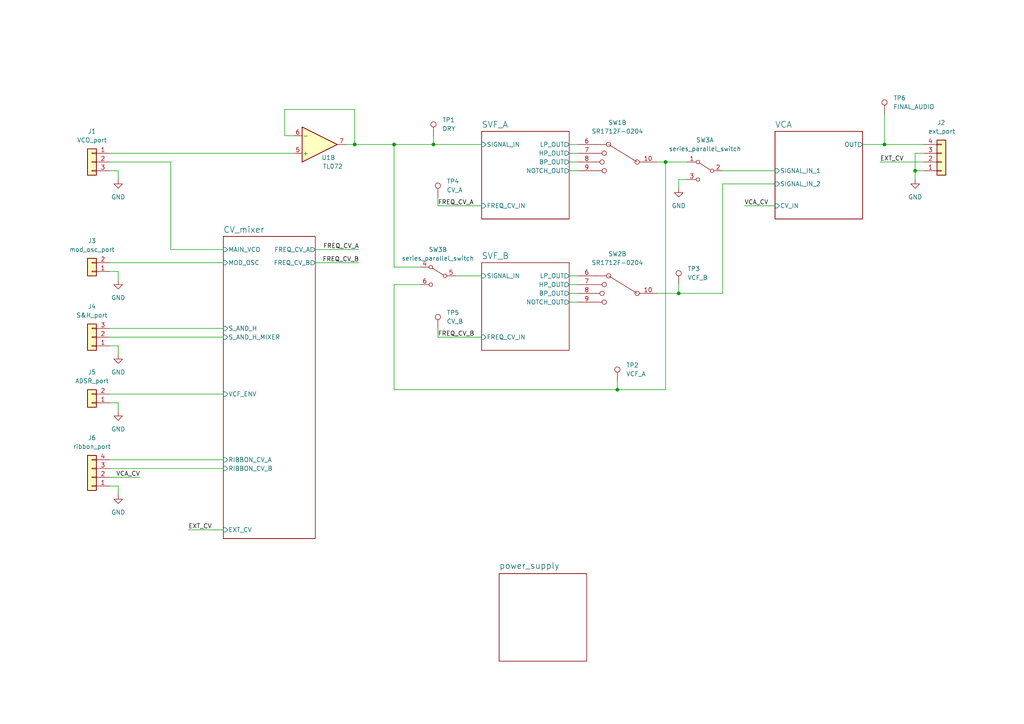
<source format=kicad_sch>
(kicad_sch (version 20211123) (generator eeschema)
  (paper "A4")
  (title_block (title "Josh Ox Ribbon Synth VCF/VCA board") (date "2022-06-16") (rev "0") (comment 1 "creativecommons.org/licenses/by/4.0/") (comment 2 "License: CC by 4.0") (comment 3 "Author: Jordan Aceto"))
  (lib_symbols
    (symbol "Amplifier_Operational:TL072" (pin_names (offset 0.127))
      (property "Reference" "U" (at 0 5.08 0))
      (property "Value" "TL072" (at 0 -5.08 0))
      (symbol "TL072_1_1"
        (polyline (pts (xy -5.08 5.08) (xy 5.08 0) (xy -5.08 -5.08) (xy -5.08 5.08)) (stroke (width 0.254)) (fill (type background)))
        (pin output line (at 7.62 0 180) (length 2.54) (name "~") (number "1"))
        (pin input line (at -7.62 -2.54 0) (length 2.54) (name "-") (number "2"))
        (pin input line (at -7.62 2.54 0) (length 2.54) (name "+") (number "3"))
      )
      (symbol "TL072_2_1"
        (polyline (pts (xy -5.08 5.08) (xy 5.08 0) (xy -5.08 -5.08) (xy -5.08 5.08)) (stroke (width 0.254)) (fill (type background)))
        (pin input line (at -7.62 2.54 0) (length 2.54) (name "+") (number "5"))
        (pin input line (at -7.62 -2.54 0) (length 2.54) (name "-") (number "6"))
        (pin output line (at 7.62 0 180) (length 2.54) (name "~") (number "7"))
      )
      (symbol "TL072_3_1"
        (pin power_in line (at -2.54 -7.62 90) (length 3.81) (name "V-") (number "4"))
        (pin power_in line (at -2.54 7.62 270) (length 3.81) (name "V+") (number "8"))
      )
    )
    (symbol "Connector:TestPoint" (pin_numbers hide) (pin_names (offset 0.762) hide)
      (property "Reference" "TP" (at 0 6.858 0))
      (property "Value" "TestPoint" (at 0 5.08 0))
      (symbol "TestPoint_0_1"
        (circle (center 0 3.302) (radius 0.762))
      )
      (symbol "TestPoint_1_1"
        (pin passive line (at 0 0 90) (length 2.54) (name "1") (number "1"))
      )
    )
    (symbol "Connector_Generic:Conn_01x02" (pin_names (offset 1.016) hide)
      (property "Reference" "J" (at 0 2.54 0))
      (property "Value" "Conn_01x02" (at 0 -5.08 0))
      (symbol "Conn_01x02_1_1"
        (rectangle (start -1.27 -2.413) (end 0 -2.667) (stroke (width 0.1524)))
        (rectangle (start -1.27 0.127) (end 0 -0.127) (stroke (width 0.1524)))
        (rectangle (start -1.27 1.27) (end 1.27 -3.81) (stroke (width 0.254)) (fill (type background)))
        (pin passive line (at -5.08 0 0) (length 3.81) (name "Pin_1") (number "1"))
        (pin passive line (at -5.08 -2.54 0) (length 3.81) (name "Pin_2") (number "2"))
      )
    )
    (symbol "Connector_Generic:Conn_01x03" (pin_names (offset 1.016) hide)
      (property "Reference" "J" (at 0 5.08 0))
      (property "Value" "Conn_01x03" (at 0 -5.08 0))
      (symbol "Conn_01x03_1_1"
        (rectangle (start -1.27 -2.413) (end 0 -2.667) (stroke (width 0.1524)))
        (rectangle (start -1.27 0.127) (end 0 -0.127) (stroke (width 0.1524)))
        (rectangle (start -1.27 2.667) (end 0 2.413) (stroke (width 0.1524)))
        (rectangle (start -1.27 3.81) (end 1.27 -3.81) (stroke (width 0.254)) (fill (type background)))
        (pin passive line (at -5.08 2.54 0) (length 3.81) (name "Pin_1") (number "1"))
        (pin passive line (at -5.08 0 0) (length 3.81) (name "Pin_2") (number "2"))
        (pin passive line (at -5.08 -2.54 0) (length 3.81) (name "Pin_3") (number "3"))
      )
    )
    (symbol "Connector_Generic:Conn_01x04" (pin_names (offset 1.016) hide)
      (property "Reference" "J" (at 0 5.08 0))
      (property "Value" "Conn_01x04" (at 0 -7.62 0))
      (symbol "Conn_01x04_1_1"
        (rectangle (start -1.27 -4.953) (end 0 -5.207) (stroke (width 0.1524)))
        (rectangle (start -1.27 -2.413) (end 0 -2.667) (stroke (width 0.1524)))
        (rectangle (start -1.27 0.127) (end 0 -0.127) (stroke (width 0.1524)))
        (rectangle (start -1.27 2.667) (end 0 2.413) (stroke (width 0.1524)))
        (rectangle (start -1.27 3.81) (end 1.27 -6.35) (stroke (width 0.254)) (fill (type background)))
        (pin passive line (at -5.08 2.54 0) (length 3.81) (name "Pin_1") (number "1"))
        (pin passive line (at -5.08 0 0) (length 3.81) (name "Pin_2") (number "2"))
        (pin passive line (at -5.08 -2.54 0) (length 3.81) (name "Pin_3") (number "3"))
        (pin passive line (at -5.08 -5.08 0) (length 3.81) (name "Pin_4") (number "4"))
      )
    )
    (symbol "Switch:SW_DPDT_x2" (pin_names (offset 0) hide)
      (property "Reference" "SW" (at 0 4.318 0))
      (property "Value" "SW_DPDT_x2" (at 0 -5.08 0))
      (symbol "SW_DPDT_x2_0_0"
        (circle (center -2.032 0) (radius 0.508))
        (circle (center 2.032 -2.54) (radius 0.508))
      )
      (symbol "SW_DPDT_x2_0_1"
        (polyline (pts (xy -1.524 0.254) (xy 1.651 2.286)))
        (circle (center 2.032 2.54) (radius 0.508))
      )
      (symbol "SW_DPDT_x2_1_1"
        (pin passive line (at 5.08 2.54 180) (length 2.54) (name "A") (number "1"))
        (pin passive line (at -5.08 0 0) (length 2.54) (name "B") (number "2"))
        (pin passive line (at 5.08 -2.54 180) (length 2.54) (name "C") (number "3"))
      )
      (symbol "SW_DPDT_x2_2_1"
        (pin passive line (at 5.08 2.54 180) (length 2.54) (name "A") (number "4"))
        (pin passive line (at -5.08 0 0) (length 2.54) (name "B") (number "5"))
        (pin passive line (at 5.08 -2.54 180) (length 2.54) (name "C") (number "6"))
      )
    )
    (symbol "custom_symbols:SR1712F-0204" (pin_names (offset 1.016) hide)
      (property "Reference" "SW101" (at -1.27 11.43 0))
      (property "Value" "SR1712F-0204" (at -1.27 8.89 0))
      (symbol "SR1712F-0204_0_0"
        (circle (center -4.445 0) (radius 0.635))
        (polyline (pts (xy -4.445 0) (xy 3.81 5.08)))
        (polyline (pts (xy 4.445 5.08) (xy 7.62 5.08)))
        (polyline (pts (xy 5.715 -2.54) (xy 7.62 -2.54)))
        (polyline (pts (xy 5.715 2.54) (xy 7.62 2.54)))
        (polyline (pts (xy 6.35 0) (xy 7.62 0)))
        (circle (center 3.81 5.08) (radius 0.635))
        (circle (center 5.08 -2.54) (radius 0.635))
        (circle (center 5.08 2.54) (radius 0.635))
        (circle (center 5.715 0) (radius 0.635))
      )
      (symbol "SR1712F-0204_1_1"
        (pin passive line (at -10.16 0 0) (length 5.08) (name "1") (number "1"))
        (pin passive line (at 12.7 5.08 180) (length 5.08) (name "2") (number "2"))
        (pin passive line (at 12.7 2.54 180) (length 5.08) (name "3") (number "3"))
        (pin passive line (at 12.7 0 180) (length 5.08) (name "4") (number "4"))
        (pin passive line (at 12.7 -2.54 180) (length 5.08) (name "5") (number "5"))
      )
      (symbol "SR1712F-0204_2_1"
        (pin passive line (at -10.16 0 0) (length 5.08) (name "10") (number "10"))
        (pin passive line (at 12.7 5.08 180) (length 5.08) (name "6") (number "6"))
        (pin passive line (at 12.7 2.54 180) (length 5.08) (name "7") (number "7"))
        (pin passive line (at 12.7 0 180) (length 5.08) (name "8") (number "8"))
        (pin passive line (at 12.7 -2.54 180) (length 5.08) (name "9") (number "9"))
      )
    )
    (symbol "power:GND" (power) (pin_names (offset 0))
      (property "Value" "GND" (at 0 -3.81 0))
      (symbol "GND_0_1"
        (polyline (pts (xy 0 0) (xy 0 -1.27) (xy 1.27 -1.27) (xy 0 -2.54) (xy -1.27 -1.27) (xy 0 -1.27)))
      )
      (symbol "GND_1_1"
        (pin power_in line (at 0 0 270) (length 0) hide (name "GND") (number "1"))
      )
    )
  )
  (junction (at 193.04 46.99))
  (junction (at 179.07 113.03))
  (junction (at 125.73 41.91))
  (junction (at 196.85 85.09))
  (junction (at 102.87 41.91))
  (junction (at 114.3 41.91))
  (junction (at 265.43 49.53))
  (junction (at 256.54 41.91))
  (wire (pts (xy 127 59.69) (xy 139.7 59.69)))
  (wire (pts (xy 196.85 52.07) (xy 199.39 52.07)))
  (wire (pts (xy 267.97 44.45) (xy 265.43 44.45)))
  (wire (pts (xy 224.79 59.69) (xy 215.9 59.69)))
  (wire (pts (xy 34.29 81.28) (xy 34.29 78.74)))
  (wire (pts (xy 132.08 80.01) (xy 139.7 80.01)))
  (wire (pts (xy 127 95.25) (xy 127 97.79)))
  (wire (pts (xy 34.29 140.97) (xy 31.75 140.97)))
  (wire (pts (xy 193.04 113.03) (xy 193.04 46.99)))
  (wire (pts (xy 165.1 87.63) (xy 167.64 87.63)))
  (wire (pts (xy 34.29 116.84) (xy 31.75 116.84)))
  (wire (pts (xy 114.3 82.55) (xy 121.92 82.55)))
  (wire (pts (xy 256.54 41.91) (xy 267.97 41.91)))
  (wire (pts (xy 82.55 31.75) (xy 82.55 39.37)))
  (wire (pts (xy 196.85 54.61) (xy 196.85 52.07)))
  (wire (pts (xy 31.75 138.43) (xy 40.64 138.43)))
  (wire (pts (xy 125.73 41.91) (xy 139.7 41.91)))
  (wire (pts (xy 209.55 53.34) (xy 224.79 53.34)))
  (wire (pts (xy 265.43 52.07) (xy 265.43 49.53)))
  (wire (pts (xy 34.29 119.38) (xy 34.29 116.84)))
  (wire (pts (xy 82.55 39.37) (xy 85.09 39.37)))
  (wire (pts (xy 165.1 49.53) (xy 167.64 49.53)))
  (wire (pts (xy 165.1 41.91) (xy 167.64 41.91)))
  (wire (pts (xy 193.04 46.99) (xy 199.39 46.99)))
  (wire (pts (xy 31.75 133.35) (xy 64.77 133.35)))
  (wire (pts (xy 165.1 46.99) (xy 167.64 46.99)))
  (wire (pts (xy 267.97 46.99) (xy 255.27 46.99)))
  (wire (pts (xy 190.5 85.09) (xy 196.85 85.09)))
  (wire (pts (xy 165.1 85.09) (xy 167.64 85.09)))
  (wire (pts (xy 114.3 82.55) (xy 114.3 113.03)))
  (wire (pts (xy 34.29 143.51) (xy 34.29 140.97)))
  (wire (pts (xy 49.53 72.39) (xy 49.53 46.99)))
  (wire (pts (xy 190.5 46.99) (xy 193.04 46.99)))
  (wire (pts (xy 102.87 41.91) (xy 114.3 41.91)))
  (wire (pts (xy 91.44 76.2) (xy 104.14 76.2)))
  (wire (pts (xy 250.19 41.91) (xy 256.54 41.91)))
  (wire (pts (xy 34.29 78.74) (xy 31.75 78.74)))
  (wire (pts (xy 165.1 80.01) (xy 167.64 80.01)))
  (wire (pts (xy 31.75 95.25) (xy 64.77 95.25)))
  (wire (pts (xy 31.75 44.45) (xy 85.09 44.45)))
  (wire (pts (xy 114.3 41.91) (xy 125.73 41.91)))
  (wire (pts (xy 165.1 82.55) (xy 167.64 82.55)))
  (wire (pts (xy 102.87 31.75) (xy 82.55 31.75)))
  (wire (pts (xy 91.44 72.39) (xy 104.14 72.39)))
  (wire (pts (xy 34.29 102.87) (xy 34.29 100.33)))
  (wire (pts (xy 102.87 41.91) (xy 102.87 31.75)))
  (wire (pts (xy 196.85 82.55) (xy 196.85 85.09)))
  (wire (pts (xy 49.53 72.39) (xy 64.77 72.39)))
  (wire (pts (xy 34.29 100.33) (xy 31.75 100.33)))
  (wire (pts (xy 196.85 85.09) (xy 209.55 85.09)))
  (wire (pts (xy 31.75 135.89) (xy 64.77 135.89)))
  (wire (pts (xy 256.54 33.02) (xy 256.54 41.91)))
  (wire (pts (xy 165.1 44.45) (xy 167.64 44.45)))
  (wire (pts (xy 125.73 39.37) (xy 125.73 41.91)))
  (wire (pts (xy 114.3 113.03) (xy 179.07 113.03)))
  (wire (pts (xy 100.33 41.91) (xy 102.87 41.91)))
  (wire (pts (xy 139.7 97.79) (xy 127 97.79)))
  (wire (pts (xy 31.75 114.3) (xy 64.77 114.3)))
  (wire (pts (xy 31.75 97.79) (xy 64.77 97.79)))
  (wire (pts (xy 179.07 113.03) (xy 193.04 113.03)))
  (wire (pts (xy 209.55 85.09) (xy 209.55 53.34)))
  (wire (pts (xy 265.43 49.53) (xy 267.97 49.53)))
  (wire (pts (xy 209.55 49.53) (xy 224.79 49.53)))
  (wire (pts (xy 265.43 44.45) (xy 265.43 49.53)))
  (wire (pts (xy 121.92 77.47) (xy 114.3 77.47)))
  (wire (pts (xy 34.29 49.53) (xy 31.75 49.53)))
  (wire (pts (xy 31.75 76.2) (xy 64.77 76.2)))
  (wire (pts (xy 114.3 77.47) (xy 114.3 41.91)))
  (wire (pts (xy 127 57.15) (xy 127 59.69)))
  (wire (pts (xy 179.07 110.49) (xy 179.07 113.03)))
  (wire (pts (xy 54.61 153.67) (xy 64.77 153.67)))
  (wire (pts (xy 34.29 52.07) (xy 34.29 49.53)))
  (wire (pts (xy 49.53 46.99) (xy 31.75 46.99)))
  (label "EXT_CV" (at 255.27 46.99 0))
  (label "FREQ_CV_B" (at 127 97.79 0))
  (label "FREQ_CV_A" (at 104.14 72.39 180))
  (label "EXT_CV" (at 54.61 153.67 0))
  (label "VCA_CV" (at 40.64 138.43 180))
  (label "VCA_CV" (at 215.9 59.69 0))
  (label "FREQ_CV_A" (at 127 59.69 0))
  (label "FREQ_CV_B" (at 104.14 76.2 180))
  (symbol (lib_id "Connector_Generic:Conn_01x03") (at 26.67 97.79 180) (unit 1)
    (property "Reference" "J4" (at 26.67 88.9 0))
    (property "Value" "S&H_port" (at 26.67 91.44 0))
    (property "Footprint" "Connector_Molex:Molex_KK-254_AE-6410-03A_1x03_P2.54mm_Vertical" (effects hide))
  )
  (symbol (lib_id "Connector_Generic:Conn_01x03") (at 26.67 46.99 0) (mirror y) (unit 1)
    (property "Reference" "J1" (at 26.67 38.1 0))
    (property "Value" "VCO_port" (at 26.67 40.64 0))
    (property "Footprint" "Connector_Molex:Molex_KK-254_AE-6410-03A_1x03_P2.54mm_Vertical" (effects hide))
  )
  (symbol (lib_id "power:GND") (at 34.29 102.87 0) (mirror y) (unit 1)
    (property "Reference" "#PWR0105" (effects hide))
    (property "Value" "GND" (at 34.29 107.95 0))
  )
  (symbol (lib_id "Connector:TestPoint") (at 256.54 33.02 0) (unit 1) (in_bom no)
    (property "Reference" "TP6" (at 259.08 28.4479 0) (effects (justify left)))
    (property "Value" "FINAL_AUDIO" (at 259.08 30.9879 0) (effects (justify left)))
    (property "Footprint" "TestPoint:TestPoint_Keystone_5000-5004_Miniature" (effects hide))
  )
  (symbol (lib_id "Switch:SW_DPDT_x2") (at 127 80.01 0) (mirror y) (unit 2)
    (property "Reference" "SW3" (at 127 72.39 0))
    (property "Value" "series_parallel_switch" (at 127 74.93 0))
    (property "Footprint" "custom_footprints:DPDT_mini_toggle" (effects hide))
  )
  (symbol (lib_id "Amplifier_Operational:TL072") (at 92.71 41.91 0) (mirror x) (unit 2)
    (property "Reference" "U1" (at 95.25 45.72 0))
    (property "Value" "TL072" (at 96.52 48.26 0))
    (property "Footprint" "Package_SO:SO-8_5.3x6.2mm_P1.27mm" (effects hide))
    (property "Datasheet" "http://www.ti.com/lit/ds/symlink/tl071.pdf" (effects hide))
  )
  (symbol (lib_id "Connector_Generic:Conn_01x02") (at 26.67 78.74 180) (unit 1)
    (property "Reference" "J3" (at 26.67 69.85 0))
    (property "Value" "mod_osc_port" (at 26.67 72.39 0))
    (property "Footprint" "Connector_Molex:Molex_KK-254_AE-6410-02A_1x02_P2.54mm_Vertical" (effects hide))
  )
  (symbol (lib_id "Connector_Generic:Conn_01x02") (at 26.67 116.84 180) (unit 1)
    (property "Reference" "J5" (at 26.67 107.95 0))
    (property "Value" "ADSR_port" (at 26.67 110.49 0))
    (property "Footprint" "Connector_Molex:Molex_KK-254_AE-6410-02A_1x02_P2.54mm_Vertical" (effects hide))
  )
  (symbol (lib_id "power:GND") (at 265.43 52.07 0) (unit 1)
    (property "Reference" "#PWR0102" (effects hide))
    (property "Value" "GND" (at 265.43 57.15 0))
  )
  (symbol (lib_id "power:GND") (at 34.29 52.07 0) (mirror y) (unit 1)
    (property "Reference" "#PWR0101" (effects hide))
    (property "Value" "GND" (at 34.29 57.15 0))
  )
  (symbol (lib_id "Connector:TestPoint") (at 125.73 39.37 0) (unit 1) (in_bom no)
    (property "Reference" "TP1" (at 128.27 34.7979 0) (effects (justify left)))
    (property "Value" "DRY" (at 128.27 37.3379 0) (effects (justify left)))
    (property "Footprint" "TestPoint:TestPoint_Keystone_5000-5004_Miniature" (effects hide))
  )
  (symbol (lib_id "Connector_Generic:Conn_01x04") (at 26.67 138.43 180) (unit 1)
    (property "Reference" "J6" (at 26.67 127 0))
    (property "Value" "ribbon_port" (at 26.67 129.54 0))
    (property "Footprint" "Connector_Molex:Molex_KK-254_AE-6410-04A_1x04_P2.54mm_Vertical" (effects hide))
  )
  (symbol (lib_id "custom_symbols:SR1712F-0204") (at 180.34 46.99 0) (mirror y) (unit 2)
    (property "Reference" "SW1" (at 179.07 35.56 0))
    (property "Value" "SR1712F-0204" (at 179.07 38.1 0))
    (property "Footprint" "custom_footprints:SR1712F_rotary_switch" (effects hide))
  )
  (symbol (lib_id "power:GND") (at 196.85 54.61 0) (unit 1)
    (property "Reference" "#PWR0103" (effects hide))
    (property "Value" "GND" (at 196.85 59.69 0))
  )
  (symbol (lib_id "Switch:SW_DPDT_x2") (at 204.47 49.53 0) (mirror y) (unit 1)
    (property "Reference" "SW3" (at 204.47 40.64 0))
    (property "Value" "series_parallel_switch" (at 204.47 43.18 0))
    (property "Footprint" "custom_footprints:DPDT_mini_toggle" (effects hide))
  )
  (symbol (lib_id "power:GND") (at 34.29 119.38 0) (mirror y) (unit 1)
    (property "Reference" "#PWR0106" (effects hide))
    (property "Value" "GND" (at 34.29 124.46 0))
  )
  (symbol (lib_id "Connector:TestPoint") (at 196.85 82.55 0) (unit 1) (in_bom no)
    (property "Reference" "TP3" (at 199.39 77.9779 0) (effects (justify left)))
    (property "Value" "VCF_B" (at 199.39 80.5179 0) (effects (justify left)))
    (property "Footprint" "TestPoint:TestPoint_Keystone_5000-5004_Miniature" (effects hide))
  )
  (symbol (lib_id "Connector:TestPoint") (at 127 95.25 0) (unit 1) (in_bom no)
    (property "Reference" "TP5" (at 129.54 90.6779 0) (effects (justify left)))
    (property "Value" "CV_B" (at 129.54 93.2179 0) (effects (justify left)))
    (property "Footprint" "TestPoint:TestPoint_Keystone_5000-5004_Miniature" (effects hide))
  )
  (symbol (lib_id "Connector_Generic:Conn_01x04") (at 273.05 46.99 0) (mirror x) (unit 1)
    (property "Reference" "J2" (at 271.78 35.56 0) (effects (justify left)))
    (property "Value" "ext_port" (at 269.24 38.1 0) (effects (justify left)))
    (property "Footprint" "Connector_Molex:Molex_KK-254_AE-6410-04A_1x04_P2.54mm_Vertical" (effects hide))
  )
  (symbol (lib_id "power:GND") (at 34.29 143.51 0) (mirror y) (unit 1)
    (property "Reference" "#PWR0107" (effects hide))
    (property "Value" "GND" (at 34.29 148.59 0))
  )
  (symbol (lib_id "custom_symbols:SR1712F-0204") (at 180.34 85.09 0) (mirror y) (unit 2)
    (property "Reference" "SW2" (at 179.07 73.66 0))
    (property "Value" "SR1712F-0204" (at 179.07 76.2 0))
    (property "Footprint" "custom_footprints:SR1712F_rotary_switch" (effects hide))
  )
  (symbol (lib_id "Connector:TestPoint") (at 179.07 110.49 0) (unit 1) (in_bom no)
    (property "Reference" "TP2" (at 181.61 105.9179 0) (effects (justify left)))
    (property "Value" "VCF_A" (at 181.61 108.4579 0) (effects (justify left)))
    (property "Footprint" "TestPoint:TestPoint_Keystone_5000-5004_Miniature" (effects hide))
  )
  (symbol (lib_id "Connector:TestPoint") (at 127 57.15 0) (unit 1) (in_bom no)
    (property "Reference" "TP4" (at 129.54 52.5779 0) (effects (justify left)))
    (property "Value" "CV_A" (at 129.54 55.1179 0) (effects (justify left)))
    (property "Footprint" "TestPoint:TestPoint_Keystone_5000-5004_Miniature" (effects hide))
  )
  (symbol (lib_id "power:GND") (at 34.29 81.28 0) (mirror y) (unit 1)
    (property "Reference" "#PWR0104" (effects hide))
    (property "Value" "GND" (at 34.29 86.36 0))
  )
  (sheet (at 139.7 38.1) (size 25.4 25.4) (stroke (width 0.1524))
    (property "Sheet name" "SVF_A" (at 139.7 37.1484 0) (effects (font (size 1.75 1.75)) (justify left bottom)))
    (property "Sheet file" "SVF.kicad_sch" (effects hide))
    (pin "LP_OUT" output (at 165.1 41.91 0))
    (pin "HP_OUT" output (at 165.1 44.45 0))
    (pin "SIGNAL_IN" input (at 139.7 41.91 180))
    (pin "BP_OUT" output (at 165.1 46.99 0))
    (pin "FREQ_CV_IN" input (at 139.7 59.69 180))
    (pin "NOTCH_OUT" output (at 165.1 49.53 0))
  )
  (sheet (at 139.7 76.2) (size 25.4 25.4) (stroke (width 0.1524))
    (property "Sheet name" "SVF_B" (at 139.7 75.2484 0) (effects (font (size 1.75 1.75)) (justify left bottom)))
    (property "Sheet file" "SVF.kicad_sch" (effects hide))
    (pin "LP_OUT" output (at 165.1 80.01 0))
    (pin "HP_OUT" output (at 165.1 82.55 0))
    (pin "SIGNAL_IN" input (at 139.7 80.01 180))
    (pin "BP_OUT" output (at 165.1 85.09 0))
    (pin "FREQ_CV_IN" input (at 139.7 97.79 180))
    (pin "NOTCH_OUT" output (at 165.1 87.63 0))
  )
  (sheet (at 144.78 166.37) (size 25.4 25.4) (stroke (width 0.1524))
    (property "Sheet name" "power_supply" (at 144.78 165.1 0) (effects (font (size 1.75 1.75)) (justify left bottom)))
    (property "Sheet file" "power_supply.kicad_sch" (effects hide))
  )
  (sheet (at 224.79 38.1) (size 25.4 25.4) (stroke (width 0.1524))
    (property "Sheet name" "VCA" (at 224.79 37.1484 0) (effects (font (size 1.75 1.75)) (justify left bottom)))
    (property "Sheet file" "VCA.kicad_sch" (effects hide))
    (pin "SIGNAL_IN_1" input (at 224.79 49.53 180))
    (pin "SIGNAL_IN_2" input (at 224.79 53.34 180))
    (pin "CV_IN" input (at 224.79 59.69 180))
    (pin "OUT" output (at 250.19 41.91 0))
  )
  (sheet (at 64.77 68.58) (size 26.67 87.63) (stroke (width 0.1524))
    (property "Sheet name" "CV_mixer" (at 64.77 67.6284 0) (effects (font (size 1.75 1.75)) (justify left bottom)))
    (property "Sheet file" "CV_mixer.kicad_sch" (effects hide))
    (pin "EXT_CV" input (at 64.77 153.67 180))
    (pin "S_AND_H" input (at 64.77 95.25 180))
    (pin "MAIN_VCO" input (at 64.77 72.39 180))
    (pin "MOD_OSC" input (at 64.77 76.2 180))
    (pin "S_AND_H_MIXER" input (at 64.77 97.79 180))
    (pin "VCF_ENV" input (at 64.77 114.3 180))
    (pin "FREQ_CV_B" output (at 91.44 76.2 0))
    (pin "FREQ_CV_A" output (at 91.44 72.39 0))
    (pin "RIBBON_CV_B" input (at 64.77 135.89 180))
    (pin "RIBBON_CV_A" input (at 64.77 133.35 180))
  )
)
</source>
